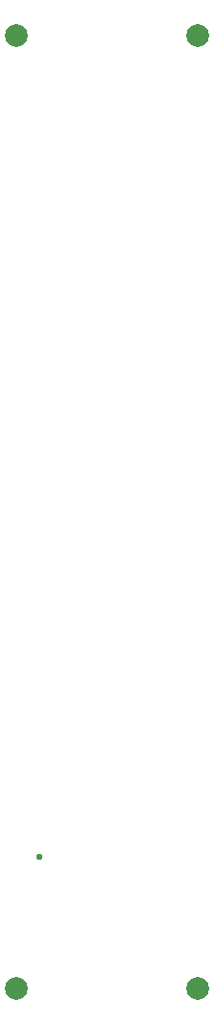
<source format=gbr>
%TF.GenerationSoftware,KiCad,Pcbnew,9.0.5*%
%TF.CreationDate,2025-11-24T11:18:32-05:00*%
%TF.ProjectId,everframe_board,65766572-6672-4616-9d65-5f626f617264,rev?*%
%TF.SameCoordinates,Original*%
%TF.FileFunction,NonPlated,1,4,NPTH,Drill*%
%TF.FilePolarity,Positive*%
%FSLAX46Y46*%
G04 Gerber Fmt 4.6, Leading zero omitted, Abs format (unit mm)*
G04 Created by KiCad (PCBNEW 9.0.5) date 2025-11-24 11:18:32*
%MOMM*%
%LPD*%
G01*
G04 APERTURE LIST*
%TA.AperFunction,ComponentDrill*%
%ADD10C,0.570000*%
%TD*%
%TA.AperFunction,ComponentDrill*%
%ADD11C,2.000000*%
%TD*%
G04 APERTURE END LIST*
D10*
%TO.C,J2*%
X77000000Y-124400000D03*
D11*
%TO.C,H1*%
X75000000Y-52000000D03*
%TO.C,H3*%
X75000000Y-136000000D03*
%TO.C,H2*%
X91000000Y-52000000D03*
%TO.C,H4*%
X91000000Y-136000000D03*
M02*

</source>
